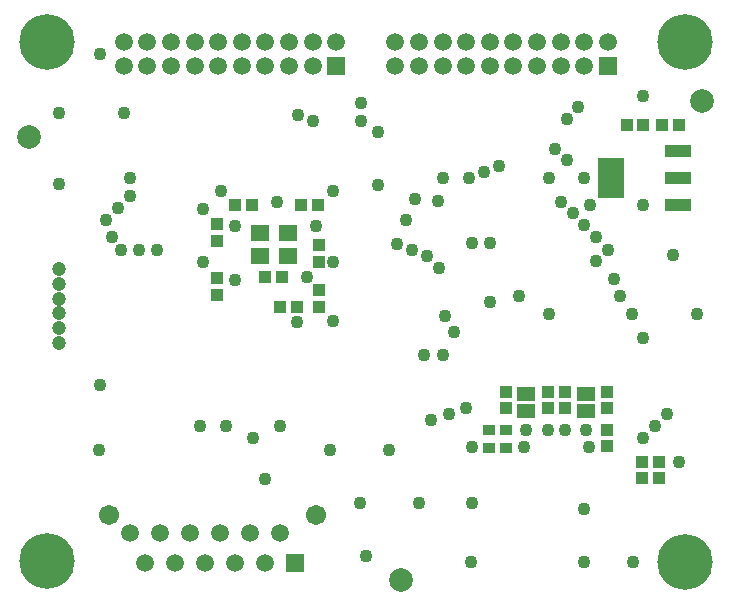
<source format=gbs>
%FSLAX43Y43*%
%MOMM*%
G71*
G01*
G75*
G04 Layer_Color=16711935*
%ADD10C,0.305*%
%ADD11C,1.000*%
%ADD12O,0.350X2.000*%
%ADD13R,0.700X0.900*%
%ADD14R,0.900X0.800*%
%ADD15R,0.800X0.900*%
%ADD16R,0.900X0.700*%
%ADD17O,1.800X0.300*%
%ADD18O,0.300X1.800*%
%ADD19O,0.450X2.200*%
%ADD20R,1.050X2.200*%
%ADD21R,1.000X1.050*%
%ADD22C,0.127*%
%ADD23C,4.500*%
%ADD24C,1.500*%
%ADD25C,1.300*%
%ADD26R,1.300X1.300*%
%ADD27C,0.889*%
%ADD28R,1.400X1.100*%
%ADD29R,1.400X1.200*%
%ADD30R,2.100X0.900*%
%ADD31R,2.100X3.200*%
%ADD32C,0.600*%
%ADD33C,0.250*%
%ADD34C,0.200*%
%ADD35C,0.100*%
%ADD36C,0.152*%
%ADD37C,0.152*%
%ADD38C,1.203*%
%ADD39C,2.000*%
%ADD40O,0.553X2.203*%
%ADD41R,0.903X1.103*%
%ADD42R,1.103X1.003*%
%ADD43R,1.003X1.103*%
%ADD44R,1.103X0.903*%
%ADD45O,2.003X0.503*%
%ADD46O,0.503X2.003*%
%ADD47O,0.653X2.403*%
%ADD48R,1.253X2.403*%
%ADD49R,1.203X1.253*%
%ADD50C,4.703*%
%ADD51C,1.703*%
%ADD52C,1.503*%
%ADD53R,1.503X1.503*%
%ADD54C,1.092*%
%ADD55R,1.603X1.303*%
%ADD56R,1.603X1.403*%
%ADD57R,2.303X1.103*%
%ADD58R,2.303X3.403*%
D38*
X4000Y27800D02*
D03*
Y26550D02*
D03*
Y25300D02*
D03*
Y24050D02*
D03*
Y22800D02*
D03*
Y21550D02*
D03*
D39*
X1500Y39000D02*
D03*
X58500Y42000D02*
D03*
X33000Y1500D02*
D03*
D42*
X17370Y30214D02*
D03*
Y31614D02*
D03*
Y25642D02*
D03*
Y27042D02*
D03*
X26006Y29836D02*
D03*
Y28436D02*
D03*
Y26026D02*
D03*
Y24626D02*
D03*
X50400Y14200D02*
D03*
Y12800D02*
D03*
X50400Y16000D02*
D03*
Y17400D02*
D03*
X46900Y16000D02*
D03*
Y17400D02*
D03*
X45400Y16000D02*
D03*
Y17400D02*
D03*
X41900Y16000D02*
D03*
Y17400D02*
D03*
D43*
X54800Y10100D02*
D03*
X53400D02*
D03*
X52100Y40000D02*
D03*
X53500D02*
D03*
X56500Y40000D02*
D03*
X55100D02*
D03*
X22766Y24564D02*
D03*
X24166D02*
D03*
X20356Y33200D02*
D03*
X18956D02*
D03*
X24544Y33200D02*
D03*
X25944D02*
D03*
X21496Y27104D02*
D03*
X22896D02*
D03*
X53400Y11500D02*
D03*
X54800D02*
D03*
D44*
X40400Y14150D02*
D03*
Y12650D02*
D03*
X41900Y12650D02*
D03*
Y14150D02*
D03*
D50*
X57000Y3000D02*
D03*
X3000Y3100D02*
D03*
X57000Y47000D02*
D03*
X3000D02*
D03*
D51*
X8250Y6950D02*
D03*
X25820D02*
D03*
D52*
X20210Y5470D02*
D03*
X22750D02*
D03*
X21480Y2930D02*
D03*
X18940D02*
D03*
X17670Y5470D02*
D03*
X16400Y2930D02*
D03*
X15130Y5470D02*
D03*
X13860Y2930D02*
D03*
X12590Y5470D02*
D03*
X11320Y2930D02*
D03*
X10050Y5470D02*
D03*
X32500Y47000D02*
D03*
Y45000D02*
D03*
X34500Y47000D02*
D03*
Y45000D02*
D03*
X36500Y47000D02*
D03*
Y45000D02*
D03*
X38500Y47000D02*
D03*
Y45000D02*
D03*
X40500Y47000D02*
D03*
Y45000D02*
D03*
X42500Y47000D02*
D03*
X42500Y45000D02*
D03*
X44500Y47000D02*
D03*
Y45000D02*
D03*
X46500Y47000D02*
D03*
Y45000D02*
D03*
X48500D02*
D03*
X50500Y47000D02*
D03*
X48500Y47000D02*
D03*
X9500D02*
D03*
Y45000D02*
D03*
X11500Y47000D02*
D03*
Y45000D02*
D03*
X13500Y47000D02*
D03*
Y45000D02*
D03*
X15500Y47000D02*
D03*
Y45000D02*
D03*
X17500Y47000D02*
D03*
Y45000D02*
D03*
X19500Y47000D02*
D03*
X19500Y45000D02*
D03*
X21500Y47000D02*
D03*
Y45000D02*
D03*
X23500Y47000D02*
D03*
Y45000D02*
D03*
X25500D02*
D03*
X27500Y47000D02*
D03*
X25500Y47000D02*
D03*
D53*
X24020Y2930D02*
D03*
X50500Y45000D02*
D03*
X27500D02*
D03*
D54*
X29500Y8000D02*
D03*
X45514Y24014D02*
D03*
X35500Y15000D02*
D03*
X51000Y27000D02*
D03*
X48500Y35500D02*
D03*
X50500Y29400D02*
D03*
X49500Y28500D02*
D03*
X43000Y25500D02*
D03*
X51500D02*
D03*
X49500Y30500D02*
D03*
X48500Y31500D02*
D03*
X47545Y32545D02*
D03*
X46500Y33500D02*
D03*
X48500Y7500D02*
D03*
X56500Y11500D02*
D03*
X53500Y22000D02*
D03*
X30987Y34887D02*
D03*
Y39387D02*
D03*
X45500Y35500D02*
D03*
X53500Y33200D02*
D03*
X49000D02*
D03*
X8500Y30500D02*
D03*
X10766Y29390D02*
D03*
X12291Y29391D02*
D03*
X8000Y32000D02*
D03*
X9242Y29390D02*
D03*
X18894Y26850D02*
D03*
X24990Y27104D02*
D03*
X29562Y40312D02*
D03*
Y41836D02*
D03*
X24228Y40820D02*
D03*
X25498Y40312D02*
D03*
X25752Y31422D02*
D03*
X22450Y33454D02*
D03*
X27200Y28400D02*
D03*
X16200Y32900D02*
D03*
Y28400D02*
D03*
X24200Y23300D02*
D03*
X27200Y23400D02*
D03*
X43600Y14200D02*
D03*
X48600D02*
D03*
X43400Y12700D02*
D03*
X39000Y12700D02*
D03*
X48900Y12700D02*
D03*
X46900Y14200D02*
D03*
X45400D02*
D03*
X27200Y34400D02*
D03*
X18894Y31422D02*
D03*
X17700Y34400D02*
D03*
X9000Y33000D02*
D03*
X10000Y34000D02*
D03*
Y35500D02*
D03*
X20464Y13540D02*
D03*
X18178Y14556D02*
D03*
X54500Y14500D02*
D03*
X55500Y15500D02*
D03*
X53500Y13500D02*
D03*
X38500Y16000D02*
D03*
X37000Y15500D02*
D03*
X36500Y20500D02*
D03*
X37500Y22500D02*
D03*
X40500Y25000D02*
D03*
Y30000D02*
D03*
X39000D02*
D03*
X41246Y36502D02*
D03*
X38706Y35486D02*
D03*
X39976Y35994D02*
D03*
X36100Y33600D02*
D03*
X33880Y29390D02*
D03*
X32610Y29898D02*
D03*
X35150Y28882D02*
D03*
X33372Y31930D02*
D03*
X34134Y33708D02*
D03*
X36700Y23800D02*
D03*
X16000Y14500D02*
D03*
X30000Y3500D02*
D03*
X52500Y24014D02*
D03*
X58000Y24000D02*
D03*
X34900Y20500D02*
D03*
X36200Y27900D02*
D03*
X36500Y35500D02*
D03*
X46000Y38000D02*
D03*
X48000Y41500D02*
D03*
X47000Y40500D02*
D03*
Y37000D02*
D03*
X22700Y14500D02*
D03*
X21500Y10000D02*
D03*
X56000Y29000D02*
D03*
X52600Y3000D02*
D03*
X48500D02*
D03*
X38900D02*
D03*
X27000Y12500D02*
D03*
X39000Y8000D02*
D03*
X34500D02*
D03*
X32000Y12500D02*
D03*
X7400D02*
D03*
X7500Y18000D02*
D03*
X4000Y35000D02*
D03*
Y41000D02*
D03*
X53500Y42500D02*
D03*
X9500Y41000D02*
D03*
X7500Y46000D02*
D03*
D55*
X43600Y15750D02*
D03*
Y17250D02*
D03*
X48600Y15750D02*
D03*
Y17250D02*
D03*
D56*
X21000Y30850D02*
D03*
X23400D02*
D03*
X21000Y28950D02*
D03*
X23400D02*
D03*
D57*
X56450Y33200D02*
D03*
Y35500D02*
D03*
Y37800D02*
D03*
D58*
X50750Y35500D02*
D03*
M02*

</source>
